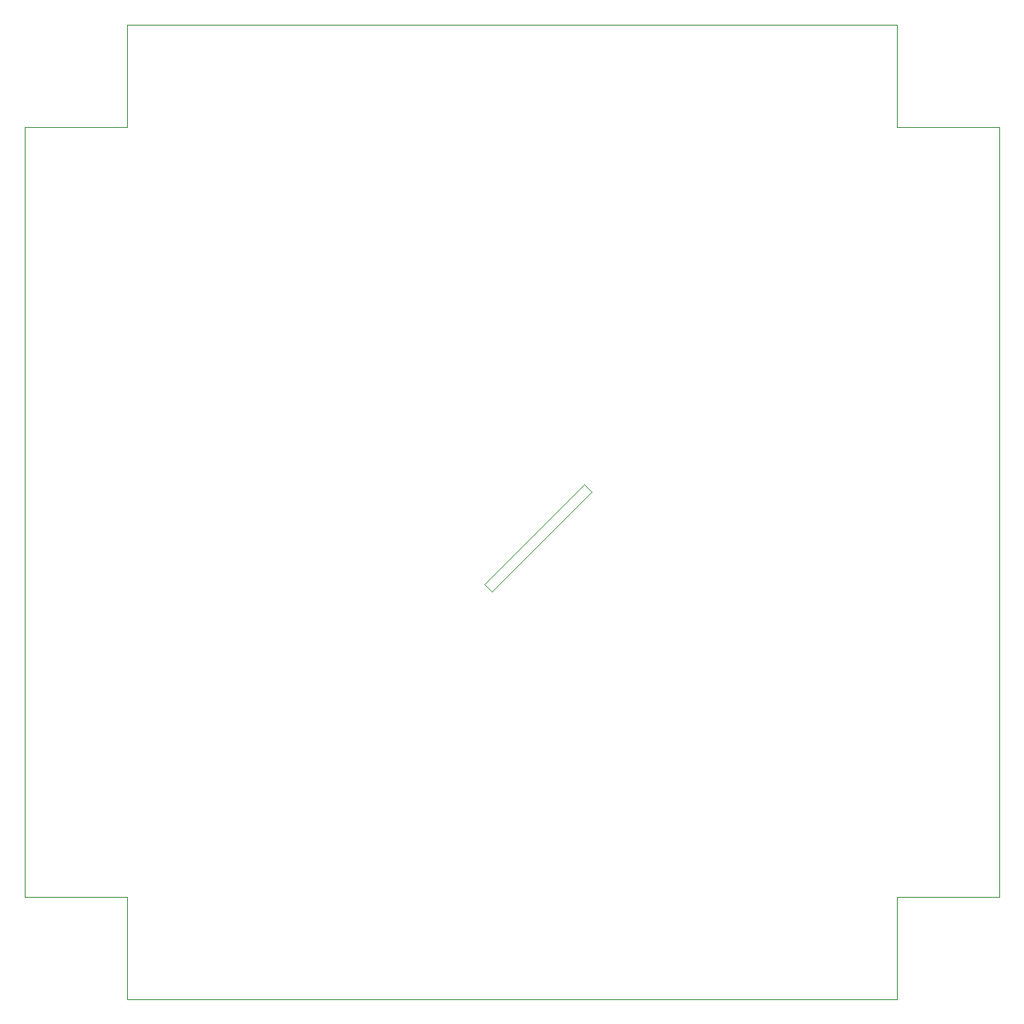
<source format=gbr>
%TF.GenerationSoftware,KiCad,Pcbnew,7.0.1*%
%TF.CreationDate,2024-01-21T14:51:45-07:00*%
%TF.ProjectId,solar-panel-side-Z,736f6c61-722d-4706-916e-656c2d736964,3.1*%
%TF.SameCoordinates,Original*%
%TF.FileFunction,Profile,NP*%
%FSLAX46Y46*%
G04 Gerber Fmt 4.6, Leading zero omitted, Abs format (unit mm)*
G04 Created by KiCad (PCBNEW 7.0.1) date 2024-01-21 14:51:45*
%MOMM*%
%LPD*%
G01*
G04 APERTURE LIST*
%TA.AperFunction,Profile*%
%ADD10C,0.050000*%
%TD*%
G04 APERTURE END LIST*
D10*
X147415000Y-93125000D02*
X146704967Y-92414967D01*
X157665000Y-82875000D02*
X147415000Y-93125000D01*
X156955000Y-82165000D02*
X157665000Y-82875000D01*
X146705033Y-92414967D02*
X156955000Y-82165000D01*
X189000000Y-135000000D02*
X110000000Y-135000000D01*
X110000000Y-124500000D02*
X99500000Y-124500000D01*
X110000000Y-45500000D02*
X110000000Y-35000000D01*
X189000000Y-45500000D02*
X199500000Y-45500000D01*
X99500000Y-124500000D02*
X99500000Y-45500000D01*
X199500000Y-124500000D02*
X189000000Y-124500000D01*
X110000000Y-35000000D02*
X189000000Y-35000000D01*
X199500000Y-45500000D02*
X199500000Y-124500000D01*
X189000000Y-124500000D02*
X189000000Y-135000000D01*
X99500000Y-45500000D02*
X110000000Y-45500000D01*
X189000000Y-35000000D02*
X189000000Y-45500000D01*
X110000000Y-135000000D02*
X110000000Y-124500000D01*
M02*

</source>
